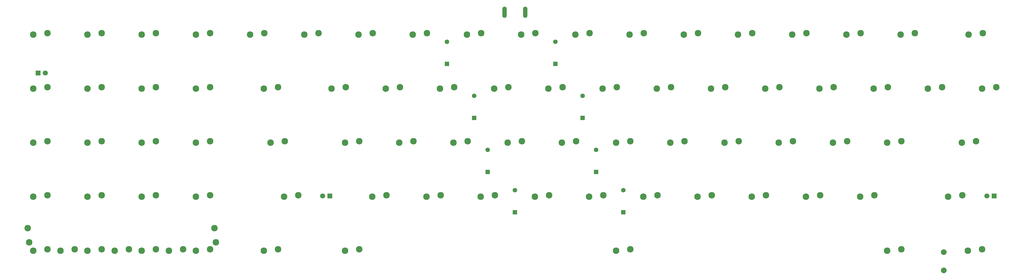
<source format=gts>
G04 #@! TF.GenerationSoftware,KiCad,Pcbnew,(6.0.0)*
G04 #@! TF.CreationDate,2022-03-08T15:03:57-05:00*
G04 #@! TF.ProjectId,next,6e657874-2e6b-4696-9361-645f70636258,rev?*
G04 #@! TF.SameCoordinates,Original*
G04 #@! TF.FileFunction,Soldermask,Top*
G04 #@! TF.FilePolarity,Negative*
%FSLAX46Y46*%
G04 Gerber Fmt 4.6, Leading zero omitted, Abs format (unit mm)*
G04 Created by KiCad (PCBNEW (6.0.0)) date 2022-03-08 15:03:57*
%MOMM*%
%LPD*%
G01*
G04 APERTURE LIST*
%ADD10C,2.300000*%
%ADD11R,1.800000X1.800000*%
%ADD12C,1.800000*%
%ADD13O,1.500000X4.000000*%
%ADD14R,1.600000X1.600000*%
%ADD15C,1.600000*%
%ADD16C,2.000000*%
G04 APERTURE END LIST*
D10*
X35600000Y-34100000D03*
X40600000Y-33600000D03*
X35600000Y-53150000D03*
X40600000Y-52650000D03*
X35600000Y-72200000D03*
X40600000Y-71700000D03*
X35600000Y-91250000D03*
X40600000Y-90750000D03*
X35600000Y-110300000D03*
X40600000Y-109800000D03*
X73700000Y-34100000D03*
X78700000Y-33600000D03*
X73700000Y-53150000D03*
X78700000Y-52650000D03*
X73700000Y-72200000D03*
X78700000Y-71700000D03*
X73700000Y-91250000D03*
X78700000Y-90750000D03*
X73700000Y-110300000D03*
X78700000Y-109800000D03*
X92750000Y-34100000D03*
X97750000Y-33600000D03*
X92750000Y-53150000D03*
X97750000Y-52650000D03*
X92750000Y-72200000D03*
X97750000Y-71700000D03*
X92750000Y-91250000D03*
X97750000Y-90750000D03*
X92750000Y-110300000D03*
X97750000Y-109800000D03*
X111800000Y-34100000D03*
X116800000Y-33600000D03*
X116562500Y-53150000D03*
X121562500Y-52650000D03*
X118943750Y-72200000D03*
X123943750Y-71700000D03*
X123706250Y-91250000D03*
X128706250Y-90750000D03*
X116562500Y-110300000D03*
X121562500Y-109800000D03*
X130850000Y-34100000D03*
X135850000Y-33600000D03*
X140375000Y-53150000D03*
X145375000Y-52650000D03*
X145137500Y-72200000D03*
X150137500Y-71700000D03*
X154662500Y-91250000D03*
X159662500Y-90750000D03*
X145137500Y-110300000D03*
X150137500Y-109800000D03*
X149900000Y-34100000D03*
X154900000Y-33600000D03*
X159425000Y-53150000D03*
X164425000Y-52650000D03*
X164187500Y-72200000D03*
X169187500Y-71700000D03*
X173712500Y-91250000D03*
X178712500Y-90750000D03*
X168950000Y-34100000D03*
X173950000Y-33600000D03*
X178475000Y-53150000D03*
X183475000Y-52650000D03*
X183237500Y-72200000D03*
X188237500Y-71700000D03*
X192762500Y-91250000D03*
X197762500Y-90750000D03*
X188000000Y-34100000D03*
X193000000Y-33600000D03*
X197525000Y-53150000D03*
X202525000Y-52650000D03*
X202287500Y-72200000D03*
X207287500Y-71700000D03*
X211812500Y-91250000D03*
X216812500Y-90750000D03*
X207050000Y-34100000D03*
X212050000Y-33600000D03*
X216575000Y-53150000D03*
X221575000Y-52650000D03*
X221337500Y-72200000D03*
X226337500Y-71700000D03*
X230862500Y-91250000D03*
X235862500Y-90750000D03*
X240387500Y-110300000D03*
X245387500Y-109800000D03*
X226100000Y-34100000D03*
X231100000Y-33600000D03*
X235625000Y-53150000D03*
X240625000Y-52650000D03*
X240387500Y-72200000D03*
X245387500Y-71700000D03*
X249912500Y-91250000D03*
X254912500Y-90750000D03*
X245150000Y-34100000D03*
X250150000Y-33600000D03*
X254675000Y-53150000D03*
X259675000Y-52650000D03*
X259437500Y-72200000D03*
X264437500Y-71700000D03*
X268962500Y-91250000D03*
X273962500Y-90750000D03*
X264200000Y-34100000D03*
X269200000Y-33600000D03*
X273725000Y-53150000D03*
X278725000Y-52650000D03*
X278487500Y-72200000D03*
X283487500Y-71700000D03*
X288012500Y-91250000D03*
X293012500Y-90750000D03*
X283250000Y-34100000D03*
X288250000Y-33600000D03*
X292775000Y-53150000D03*
X297775000Y-52650000D03*
X297537500Y-72200000D03*
X302537500Y-71700000D03*
X307062500Y-91250000D03*
X312062500Y-90750000D03*
X302300000Y-34100000D03*
X307300000Y-33600000D03*
X311825000Y-53150000D03*
X316825000Y-52650000D03*
X316587500Y-72200000D03*
X321587500Y-71700000D03*
X326112500Y-91250000D03*
X331112500Y-90750000D03*
X335637500Y-110300000D03*
X340637500Y-109800000D03*
X321350000Y-34100000D03*
X326350000Y-33600000D03*
X330875000Y-53150000D03*
X335875000Y-52650000D03*
X335637500Y-72200000D03*
X340637500Y-71700000D03*
X349925000Y-53150000D03*
X354925000Y-52650000D03*
X340400000Y-34100000D03*
X345400000Y-33600000D03*
X364212500Y-34100000D03*
X369212500Y-33600000D03*
D11*
X373250000Y-91000000D03*
D12*
X370710000Y-91000000D03*
D11*
X37250000Y-47625000D03*
D12*
X39790000Y-47625000D03*
D11*
X139750000Y-91000000D03*
D12*
X137210000Y-91000000D03*
D10*
X34100000Y-107275000D03*
X33600000Y-102275000D03*
X45125000Y-110300000D03*
X50125000Y-109800000D03*
X64175000Y-110300000D03*
X69175000Y-109800000D03*
X83225000Y-110300000D03*
X88225000Y-109800000D03*
X99250000Y-102275000D03*
X99750000Y-107275000D03*
X368975000Y-53150000D03*
X373975000Y-52650000D03*
X361831250Y-72200000D03*
X366831250Y-71700000D03*
X357068750Y-91250000D03*
X362068750Y-90750000D03*
X363975000Y-110300000D03*
X368975000Y-109800000D03*
X54650000Y-34100000D03*
X59650000Y-33600000D03*
X54650000Y-53150000D03*
X59650000Y-52650000D03*
X54650000Y-72200000D03*
X59650000Y-71700000D03*
X54650000Y-91250000D03*
X59650000Y-90750000D03*
X54650000Y-110300000D03*
X59650000Y-109800000D03*
D13*
X201137500Y-26175000D03*
X208437500Y-26175000D03*
D14*
X204787500Y-96768750D03*
D15*
X204787500Y-88968750D03*
D14*
X180975000Y-44381250D03*
D15*
X180975000Y-36581250D03*
D14*
X190500000Y-63431250D03*
D15*
X190500000Y-55631250D03*
D14*
X233362500Y-82481250D03*
D15*
X233362500Y-74681250D03*
D14*
X242887500Y-96768750D03*
D15*
X242887500Y-88968750D03*
D14*
X195262500Y-82481250D03*
D15*
X195262500Y-74681250D03*
D14*
X228600000Y-63431250D03*
D15*
X228600000Y-55631250D03*
D14*
X219075000Y-44381250D03*
D15*
X219075000Y-36581250D03*
D16*
X355500000Y-110750000D03*
X355500000Y-117250000D03*
M02*

</source>
